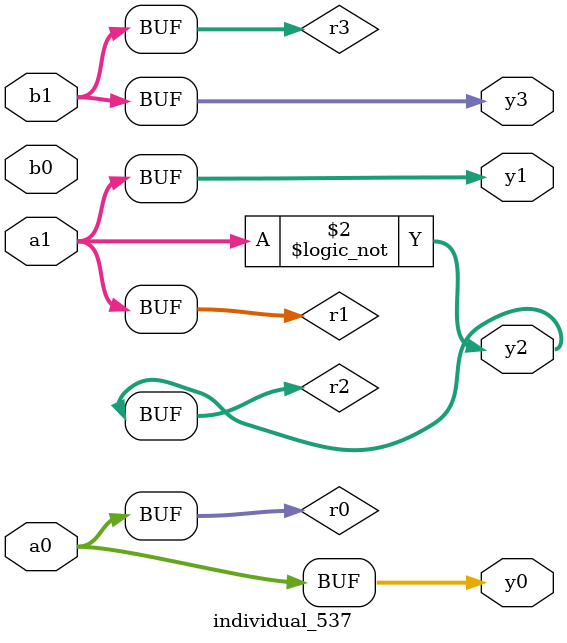
<source format=sv>
module individual_537(input logic [15:0] a1, input logic [15:0] a0, input logic [15:0] b1, input logic [15:0] b0, output logic [15:0] y3, output logic [15:0] y2, output logic [15:0] y1, output logic [15:0] y0);
logic [15:0] r0, r1, r2, r3; 
 always@(*) begin 
	 r0 = a0; r1 = a1; r2 = b0; r3 = b1; 
 	 r2 = ! a1 ;
 	 y3 = r3; y2 = r2; y1 = r1; y0 = r0; 
end
endmodule
</source>
